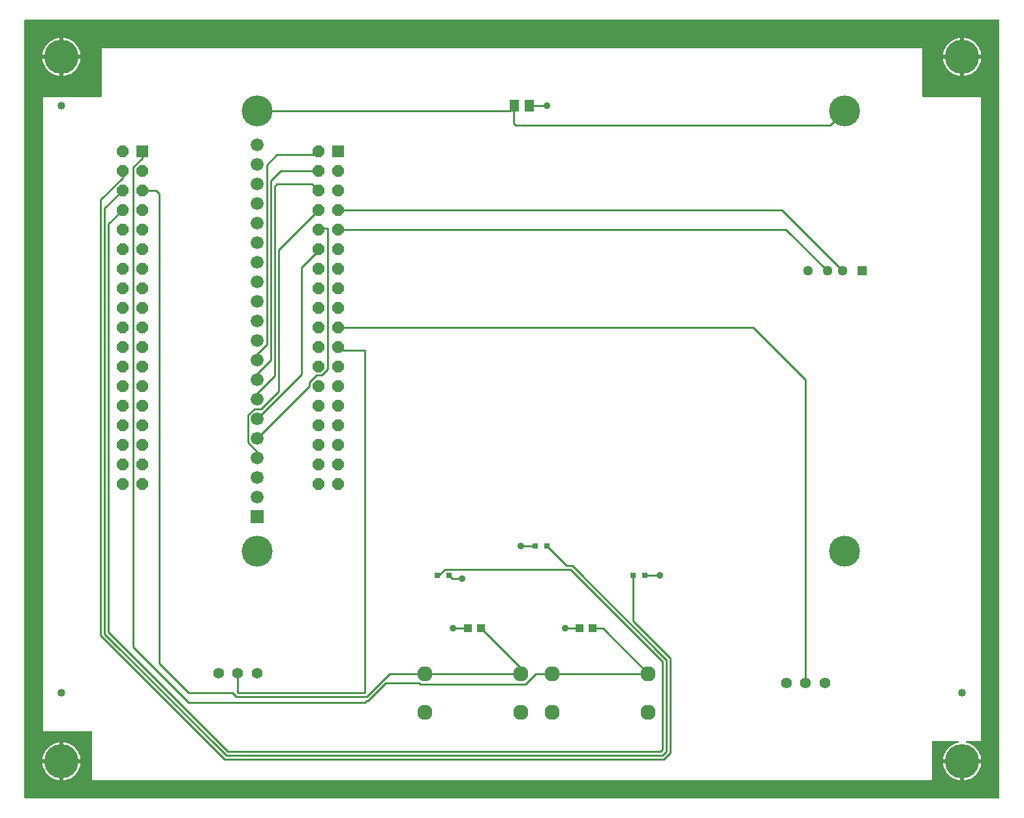
<source format=gbr>
G04 EAGLE Gerber RS-274X export*
G75*
%MOMM*%
%FSLAX34Y34*%
%LPD*%
%INTop Copper*%
%IPPOS*%
%AMOC8*
5,1,8,0,0,1.08239X$1,22.5*%
G01*
%ADD10C,1.400000*%
%ADD11C,1.960000*%
%ADD12R,1.288000X1.288000*%
%ADD13C,1.288000*%
%ADD14R,1.000000X1.100000*%
%ADD15R,0.800000X0.800000*%
%ADD16C,1.016000*%
%ADD17R,1.300000X1.500000*%
%ADD18R,1.524000X1.524000*%
%ADD19P,1.649562X8X292.500000*%
%ADD20R,1.676400X1.676400*%
%ADD21C,1.676400*%
%ADD22C,4.016000*%
%ADD23C,4.445000*%
%ADD24C,0.254000*%
%ADD25C,0.914400*%

G36*
X1267444Y1012308D02*
X1267444Y1012308D01*
X1267437Y1012427D01*
X1267424Y1012465D01*
X1267419Y1012506D01*
X1267376Y1012616D01*
X1267339Y1012729D01*
X1267317Y1012764D01*
X1267302Y1012801D01*
X1267233Y1012897D01*
X1267169Y1012998D01*
X1267139Y1013026D01*
X1267116Y1013059D01*
X1267024Y1013135D01*
X1266937Y1013216D01*
X1266902Y1013236D01*
X1266871Y1013261D01*
X1266763Y1013312D01*
X1266659Y1013370D01*
X1266619Y1013380D01*
X1266583Y1013397D01*
X1266466Y1013419D01*
X1266351Y1013449D01*
X1266291Y1013453D01*
X1266271Y1013457D01*
X1266250Y1013455D01*
X1266190Y1013459D01*
X3810Y1013459D01*
X3692Y1013444D01*
X3573Y1013437D01*
X3535Y1013424D01*
X3494Y1013419D01*
X3384Y1013376D01*
X3271Y1013339D01*
X3236Y1013317D01*
X3199Y1013302D01*
X3103Y1013233D01*
X3002Y1013169D01*
X2974Y1013139D01*
X2941Y1013116D01*
X2865Y1013024D01*
X2784Y1012937D01*
X2764Y1012902D01*
X2739Y1012871D01*
X2688Y1012763D01*
X2630Y1012659D01*
X2620Y1012619D01*
X2603Y1012583D01*
X2581Y1012466D01*
X2551Y1012351D01*
X2547Y1012291D01*
X2543Y1012271D01*
X2545Y1012250D01*
X2541Y1012190D01*
X2541Y3810D01*
X2556Y3692D01*
X2563Y3573D01*
X2576Y3535D01*
X2581Y3494D01*
X2624Y3384D01*
X2661Y3271D01*
X2683Y3236D01*
X2698Y3199D01*
X2767Y3103D01*
X2831Y3002D01*
X2861Y2974D01*
X2884Y2941D01*
X2976Y2865D01*
X3063Y2784D01*
X3098Y2764D01*
X3129Y2739D01*
X3237Y2688D01*
X3341Y2630D01*
X3381Y2620D01*
X3417Y2603D01*
X3534Y2581D01*
X3649Y2551D01*
X3709Y2547D01*
X3729Y2543D01*
X3750Y2545D01*
X3810Y2541D01*
X1266190Y2541D01*
X1266308Y2556D01*
X1266427Y2563D01*
X1266465Y2576D01*
X1266506Y2581D01*
X1266616Y2624D01*
X1266729Y2661D01*
X1266764Y2683D01*
X1266801Y2698D01*
X1266897Y2767D01*
X1266998Y2831D01*
X1267026Y2861D01*
X1267059Y2884D01*
X1267135Y2976D01*
X1267216Y3063D01*
X1267236Y3098D01*
X1267261Y3129D01*
X1267312Y3237D01*
X1267370Y3341D01*
X1267380Y3381D01*
X1267397Y3417D01*
X1267419Y3534D01*
X1267449Y3649D01*
X1267453Y3709D01*
X1267457Y3729D01*
X1267455Y3750D01*
X1267459Y3810D01*
X1267459Y1012190D01*
X1267444Y1012308D01*
G37*
%LPC*%
G36*
X101600Y913131D02*
X101600Y913131D01*
X101718Y913146D01*
X101837Y913153D01*
X101875Y913166D01*
X101916Y913171D01*
X102026Y913214D01*
X102139Y913251D01*
X102174Y913273D01*
X102211Y913288D01*
X102307Y913358D01*
X102408Y913421D01*
X102436Y913451D01*
X102469Y913474D01*
X102545Y913566D01*
X102626Y913653D01*
X102646Y913688D01*
X102671Y913719D01*
X102722Y913827D01*
X102780Y913931D01*
X102790Y913971D01*
X102807Y914007D01*
X102829Y914124D01*
X102859Y914239D01*
X102863Y914300D01*
X102867Y914320D01*
X102865Y914340D01*
X102869Y914400D01*
X102869Y976631D01*
X1167131Y976631D01*
X1167131Y914400D01*
X1167146Y914282D01*
X1167153Y914163D01*
X1167166Y914125D01*
X1167171Y914084D01*
X1167214Y913974D01*
X1167251Y913861D01*
X1167273Y913826D01*
X1167288Y913789D01*
X1167358Y913693D01*
X1167421Y913592D01*
X1167451Y913564D01*
X1167474Y913531D01*
X1167566Y913456D01*
X1167653Y913374D01*
X1167688Y913354D01*
X1167719Y913329D01*
X1167827Y913278D01*
X1167931Y913220D01*
X1167971Y913210D01*
X1168007Y913193D01*
X1168124Y913171D01*
X1168239Y913141D01*
X1168300Y913137D01*
X1168320Y913133D01*
X1168340Y913135D01*
X1168400Y913131D01*
X1243331Y913131D01*
X1243331Y77469D01*
X1224915Y77469D01*
X1224898Y77467D01*
X1224881Y77469D01*
X1224741Y77447D01*
X1224600Y77429D01*
X1224584Y77423D01*
X1224567Y77421D01*
X1224436Y77365D01*
X1224304Y77312D01*
X1224290Y77302D01*
X1224275Y77296D01*
X1224162Y77209D01*
X1224047Y77126D01*
X1224036Y77112D01*
X1224022Y77102D01*
X1223935Y76990D01*
X1223844Y76881D01*
X1223837Y76865D01*
X1223826Y76852D01*
X1223769Y76721D01*
X1223709Y76593D01*
X1223705Y76576D01*
X1223698Y76560D01*
X1223675Y76419D01*
X1223649Y76281D01*
X1223650Y76263D01*
X1223647Y76247D01*
X1223660Y76104D01*
X1223669Y75963D01*
X1223674Y75947D01*
X1223675Y75930D01*
X1223723Y75795D01*
X1223767Y75661D01*
X1223776Y75646D01*
X1223781Y75630D01*
X1223861Y75512D01*
X1223937Y75392D01*
X1223949Y75380D01*
X1223959Y75366D01*
X1224065Y75272D01*
X1224168Y75174D01*
X1224183Y75166D01*
X1224196Y75154D01*
X1224322Y75089D01*
X1224447Y75020D01*
X1224463Y75016D01*
X1224479Y75008D01*
X1224633Y74963D01*
X1226067Y74635D01*
X1228692Y73717D01*
X1231199Y72510D01*
X1233554Y71030D01*
X1235729Y69295D01*
X1237695Y67329D01*
X1239430Y65154D01*
X1240910Y62799D01*
X1242117Y60292D01*
X1243035Y57667D01*
X1243654Y54955D01*
X1243836Y53339D01*
X1220470Y53339D01*
X1220352Y53324D01*
X1220233Y53317D01*
X1220195Y53304D01*
X1220155Y53299D01*
X1220044Y53256D01*
X1219931Y53219D01*
X1219897Y53197D01*
X1219859Y53182D01*
X1219763Y53112D01*
X1219662Y53049D01*
X1219634Y53019D01*
X1219602Y52995D01*
X1219526Y52904D01*
X1219444Y52817D01*
X1219425Y52782D01*
X1219399Y52751D01*
X1219348Y52643D01*
X1219291Y52539D01*
X1219280Y52499D01*
X1219263Y52463D01*
X1219241Y52346D01*
X1219211Y52231D01*
X1219207Y52170D01*
X1219203Y52150D01*
X1219205Y52130D01*
X1219205Y52128D01*
X1219203Y52122D01*
X1219204Y52116D01*
X1219201Y52070D01*
X1219201Y50799D01*
X1219199Y50799D01*
X1219199Y52070D01*
X1219184Y52188D01*
X1219177Y52307D01*
X1219164Y52345D01*
X1219159Y52385D01*
X1219115Y52496D01*
X1219079Y52609D01*
X1219057Y52644D01*
X1219042Y52681D01*
X1218972Y52777D01*
X1218909Y52878D01*
X1218879Y52906D01*
X1218855Y52939D01*
X1218764Y53014D01*
X1218677Y53096D01*
X1218642Y53116D01*
X1218610Y53141D01*
X1218503Y53192D01*
X1218398Y53250D01*
X1218359Y53260D01*
X1218323Y53277D01*
X1218206Y53299D01*
X1218091Y53329D01*
X1218030Y53333D01*
X1218010Y53337D01*
X1217990Y53335D01*
X1217930Y53339D01*
X1194564Y53339D01*
X1194746Y54955D01*
X1195365Y57667D01*
X1196283Y60292D01*
X1197490Y62799D01*
X1198970Y65154D01*
X1200705Y67329D01*
X1202671Y69295D01*
X1204846Y71030D01*
X1207201Y72510D01*
X1209708Y73717D01*
X1212333Y74635D01*
X1213767Y74963D01*
X1213783Y74968D01*
X1213800Y74971D01*
X1213932Y75023D01*
X1214066Y75072D01*
X1214080Y75081D01*
X1214096Y75088D01*
X1214211Y75171D01*
X1214328Y75252D01*
X1214339Y75264D01*
X1214353Y75274D01*
X1214444Y75384D01*
X1214537Y75491D01*
X1214545Y75506D01*
X1214556Y75519D01*
X1214616Y75648D01*
X1214680Y75775D01*
X1214684Y75792D01*
X1214691Y75807D01*
X1214718Y75946D01*
X1214749Y76086D01*
X1214748Y76103D01*
X1214751Y76120D01*
X1214742Y76261D01*
X1214737Y76403D01*
X1214733Y76420D01*
X1214731Y76437D01*
X1214688Y76572D01*
X1214647Y76708D01*
X1214639Y76723D01*
X1214633Y76739D01*
X1214557Y76859D01*
X1214485Y76982D01*
X1214472Y76994D01*
X1214463Y77008D01*
X1214360Y77106D01*
X1214259Y77206D01*
X1214244Y77214D01*
X1214232Y77226D01*
X1214107Y77295D01*
X1213985Y77367D01*
X1213968Y77371D01*
X1213953Y77380D01*
X1213816Y77415D01*
X1213679Y77454D01*
X1213662Y77455D01*
X1213645Y77459D01*
X1213485Y77469D01*
X1181100Y77469D01*
X1180982Y77454D01*
X1180863Y77447D01*
X1180825Y77434D01*
X1180784Y77429D01*
X1180674Y77386D01*
X1180561Y77349D01*
X1180526Y77327D01*
X1180489Y77312D01*
X1180393Y77243D01*
X1180292Y77179D01*
X1180264Y77149D01*
X1180231Y77126D01*
X1180156Y77034D01*
X1180074Y76947D01*
X1180054Y76912D01*
X1180029Y76881D01*
X1179978Y76773D01*
X1179920Y76669D01*
X1179910Y76629D01*
X1179893Y76593D01*
X1179871Y76476D01*
X1179841Y76361D01*
X1179837Y76301D01*
X1179833Y76281D01*
X1179835Y76260D01*
X1179831Y76200D01*
X1179831Y26669D01*
X90169Y26669D01*
X90169Y88900D01*
X90154Y89018D01*
X90147Y89137D01*
X90134Y89175D01*
X90129Y89216D01*
X90086Y89326D01*
X90049Y89439D01*
X90027Y89474D01*
X90012Y89511D01*
X89943Y89607D01*
X89879Y89708D01*
X89849Y89736D01*
X89826Y89769D01*
X89734Y89845D01*
X89647Y89926D01*
X89612Y89946D01*
X89581Y89971D01*
X89473Y90022D01*
X89369Y90080D01*
X89329Y90090D01*
X89293Y90107D01*
X89176Y90129D01*
X89061Y90159D01*
X89001Y90163D01*
X88981Y90167D01*
X88960Y90165D01*
X88900Y90169D01*
X26669Y90169D01*
X26669Y913131D01*
X101600Y913131D01*
G37*
%LPD*%
%LPC*%
G36*
X53339Y967739D02*
X53339Y967739D01*
X53339Y989836D01*
X54955Y989654D01*
X57667Y989035D01*
X60292Y988117D01*
X62799Y986910D01*
X65154Y985430D01*
X67329Y983695D01*
X69295Y981729D01*
X71030Y979554D01*
X72510Y977199D01*
X73717Y974692D01*
X74635Y972067D01*
X75254Y969355D01*
X75436Y967739D01*
X53339Y967739D01*
G37*
%LPD*%
%LPC*%
G36*
X1221739Y967739D02*
X1221739Y967739D01*
X1221739Y989836D01*
X1223355Y989654D01*
X1226067Y989035D01*
X1228692Y988117D01*
X1231199Y986910D01*
X1233554Y985430D01*
X1235729Y983695D01*
X1237695Y981729D01*
X1239430Y979554D01*
X1240910Y977199D01*
X1242117Y974692D01*
X1243035Y972067D01*
X1243654Y969355D01*
X1243836Y967739D01*
X1221739Y967739D01*
G37*
%LPD*%
%LPC*%
G36*
X53339Y53339D02*
X53339Y53339D01*
X53339Y75436D01*
X54955Y75254D01*
X57667Y74635D01*
X60292Y73717D01*
X62799Y72510D01*
X65154Y71030D01*
X67329Y69295D01*
X69295Y67329D01*
X71030Y65154D01*
X72510Y62799D01*
X73717Y60292D01*
X74635Y57667D01*
X75254Y54955D01*
X75436Y53339D01*
X53339Y53339D01*
G37*
%LPD*%
%LPC*%
G36*
X26164Y967739D02*
X26164Y967739D01*
X26346Y969355D01*
X26965Y972067D01*
X27883Y974692D01*
X29090Y977199D01*
X30570Y979554D01*
X32305Y981729D01*
X34271Y983695D01*
X36446Y985430D01*
X38801Y986910D01*
X41308Y988117D01*
X43933Y989035D01*
X46645Y989654D01*
X48261Y989836D01*
X48261Y967739D01*
X26164Y967739D01*
G37*
%LPD*%
%LPC*%
G36*
X1194564Y967739D02*
X1194564Y967739D01*
X1194746Y969355D01*
X1195365Y972067D01*
X1196283Y974692D01*
X1197490Y977199D01*
X1198970Y979554D01*
X1200705Y981729D01*
X1202671Y983695D01*
X1204846Y985430D01*
X1207201Y986910D01*
X1209708Y988117D01*
X1212333Y989035D01*
X1215045Y989654D01*
X1216661Y989836D01*
X1216661Y967739D01*
X1194564Y967739D01*
G37*
%LPD*%
%LPC*%
G36*
X1221739Y962661D02*
X1221739Y962661D01*
X1243836Y962661D01*
X1243654Y961045D01*
X1243035Y958333D01*
X1242117Y955708D01*
X1240910Y953201D01*
X1239430Y950846D01*
X1237695Y948671D01*
X1235729Y946705D01*
X1233554Y944970D01*
X1231199Y943490D01*
X1228692Y942283D01*
X1226067Y941365D01*
X1223355Y940746D01*
X1221739Y940564D01*
X1221739Y962661D01*
G37*
%LPD*%
%LPC*%
G36*
X53339Y962661D02*
X53339Y962661D01*
X75436Y962661D01*
X75254Y961045D01*
X74635Y958333D01*
X73717Y955708D01*
X72510Y953201D01*
X71030Y950846D01*
X69295Y948671D01*
X67329Y946705D01*
X65154Y944970D01*
X62799Y943490D01*
X60292Y942283D01*
X57667Y941365D01*
X54955Y940746D01*
X53339Y940564D01*
X53339Y962661D01*
G37*
%LPD*%
%LPC*%
G36*
X26164Y53339D02*
X26164Y53339D01*
X26346Y54955D01*
X26965Y57667D01*
X27883Y60292D01*
X29090Y62799D01*
X30570Y65154D01*
X32305Y67329D01*
X34271Y69295D01*
X36446Y71030D01*
X38801Y72510D01*
X41308Y73717D01*
X43933Y74635D01*
X46645Y75254D01*
X48261Y75436D01*
X48261Y53339D01*
X26164Y53339D01*
G37*
%LPD*%
%LPC*%
G36*
X1221739Y48261D02*
X1221739Y48261D01*
X1243836Y48261D01*
X1243654Y46645D01*
X1243035Y43933D01*
X1242117Y41308D01*
X1240910Y38801D01*
X1239430Y36446D01*
X1237695Y34271D01*
X1235729Y32305D01*
X1233554Y30570D01*
X1231199Y29090D01*
X1228692Y27883D01*
X1226067Y26965D01*
X1223355Y26346D01*
X1221739Y26164D01*
X1221739Y48261D01*
G37*
%LPD*%
%LPC*%
G36*
X53339Y48261D02*
X53339Y48261D01*
X75436Y48261D01*
X75254Y46645D01*
X74635Y43933D01*
X73717Y41308D01*
X72510Y38801D01*
X71030Y36446D01*
X69295Y34271D01*
X67329Y32305D01*
X65154Y30570D01*
X62799Y29090D01*
X60292Y27883D01*
X57667Y26965D01*
X54955Y26346D01*
X53339Y26164D01*
X53339Y48261D01*
G37*
%LPD*%
%LPC*%
G36*
X1215045Y940746D02*
X1215045Y940746D01*
X1212333Y941365D01*
X1209708Y942283D01*
X1207201Y943490D01*
X1204846Y944970D01*
X1202671Y946705D01*
X1200705Y948671D01*
X1198970Y950846D01*
X1197490Y953201D01*
X1196283Y955708D01*
X1195365Y958333D01*
X1194746Y961045D01*
X1194564Y962661D01*
X1216661Y962661D01*
X1216661Y940564D01*
X1215045Y940746D01*
G37*
%LPD*%
%LPC*%
G36*
X46645Y940746D02*
X46645Y940746D01*
X43933Y941365D01*
X41308Y942283D01*
X38801Y943490D01*
X36446Y944970D01*
X34271Y946705D01*
X32305Y948671D01*
X30570Y950846D01*
X29090Y953201D01*
X27883Y955708D01*
X26965Y958333D01*
X26346Y961045D01*
X26164Y962661D01*
X48261Y962661D01*
X48261Y940564D01*
X46645Y940746D01*
G37*
%LPD*%
%LPC*%
G36*
X1215045Y26346D02*
X1215045Y26346D01*
X1212333Y26965D01*
X1209708Y27883D01*
X1207201Y29090D01*
X1204846Y30570D01*
X1202671Y32305D01*
X1200705Y34271D01*
X1198970Y36446D01*
X1197490Y38801D01*
X1196283Y41308D01*
X1195365Y43933D01*
X1194746Y46645D01*
X1194564Y48261D01*
X1216661Y48261D01*
X1216661Y26164D01*
X1215045Y26346D01*
G37*
%LPD*%
%LPC*%
G36*
X46645Y26346D02*
X46645Y26346D01*
X43933Y26965D01*
X41308Y27883D01*
X38801Y29090D01*
X36446Y30570D01*
X34271Y32305D01*
X32305Y34271D01*
X30570Y36446D01*
X29090Y38801D01*
X27883Y41308D01*
X26965Y43933D01*
X26346Y46645D01*
X26164Y48261D01*
X48261Y48261D01*
X48261Y26164D01*
X46645Y26346D01*
G37*
%LPD*%
%LPC*%
G36*
X1219199Y965199D02*
X1219199Y965199D01*
X1219199Y965201D01*
X1219201Y965201D01*
X1219201Y965199D01*
X1219199Y965199D01*
G37*
%LPD*%
%LPC*%
G36*
X50799Y965199D02*
X50799Y965199D01*
X50799Y965201D01*
X50801Y965201D01*
X50801Y965199D01*
X50799Y965199D01*
G37*
%LPD*%
%LPC*%
G36*
X50799Y50799D02*
X50799Y50799D01*
X50799Y50801D01*
X50801Y50801D01*
X50801Y50799D01*
X50799Y50799D01*
G37*
%LPD*%
D10*
X254400Y165100D03*
X279400Y165100D03*
X304400Y165100D03*
D11*
X646700Y164700D03*
X646700Y114700D03*
X521700Y114700D03*
X521700Y164700D03*
D12*
X1089100Y687400D03*
D13*
X1064100Y687400D03*
X1044100Y687400D03*
X1019100Y687400D03*
D14*
X723020Y223520D03*
X740020Y223520D03*
D15*
X538600Y292100D03*
X553600Y292100D03*
D10*
X991000Y152400D03*
X1016000Y152400D03*
X1041000Y152400D03*
D15*
X680600Y330200D03*
X665600Y330200D03*
X792600Y292100D03*
X807600Y292100D03*
D11*
X811800Y164700D03*
X811800Y114700D03*
X686800Y114700D03*
X686800Y164700D03*
D14*
X578240Y223520D03*
X595240Y223520D03*
D16*
X50800Y901700D03*
X50800Y139700D03*
X1219200Y139700D03*
D17*
X638200Y901700D03*
X657200Y901700D03*
D18*
X409200Y842600D03*
D19*
X383800Y842600D03*
X409200Y817200D03*
X383800Y817200D03*
X409200Y791800D03*
X383800Y791800D03*
X409200Y766400D03*
X383800Y766400D03*
X409200Y741000D03*
X383800Y741000D03*
X409200Y715600D03*
X383800Y715600D03*
X409200Y690200D03*
X383800Y690200D03*
X409200Y664800D03*
X383800Y664800D03*
X409200Y639400D03*
X383800Y639400D03*
X409200Y614000D03*
X383800Y614000D03*
X409200Y588600D03*
X383800Y588600D03*
X409200Y563200D03*
X383800Y563200D03*
X409200Y537800D03*
X383800Y537800D03*
X409200Y512400D03*
X383800Y512400D03*
X409200Y487000D03*
X383800Y487000D03*
X409200Y461600D03*
X383800Y461600D03*
X409200Y436200D03*
X383800Y436200D03*
X409200Y410800D03*
X383800Y410800D03*
D18*
X155200Y842600D03*
D19*
X129800Y842600D03*
X155200Y817200D03*
X129800Y817200D03*
X155200Y791800D03*
X129800Y791800D03*
X155200Y766400D03*
X129800Y766400D03*
X155200Y741000D03*
X129800Y741000D03*
X155200Y715600D03*
X129800Y715600D03*
X155200Y690200D03*
X129800Y690200D03*
X155200Y664800D03*
X129800Y664800D03*
X155200Y639400D03*
X129800Y639400D03*
X155200Y614000D03*
X129800Y614000D03*
X155200Y588600D03*
X129800Y588600D03*
X155200Y563200D03*
X129800Y563200D03*
X155200Y537800D03*
X129800Y537800D03*
X155200Y512400D03*
X129800Y512400D03*
X155200Y487000D03*
X129800Y487000D03*
X155200Y461600D03*
X129800Y461600D03*
X155200Y436200D03*
X129800Y436200D03*
X155200Y410800D03*
X129800Y410800D03*
D20*
X304800Y368300D03*
D21*
X304800Y393700D03*
X304800Y419100D03*
X304800Y444500D03*
X304800Y469900D03*
X304800Y495300D03*
X304800Y520700D03*
X304800Y546100D03*
X304800Y571500D03*
X304800Y596900D03*
X304800Y622300D03*
X304800Y647700D03*
X304800Y673100D03*
X304800Y698500D03*
X304800Y723900D03*
X304800Y749300D03*
X304800Y774700D03*
X304800Y800100D03*
X304800Y825500D03*
X304800Y850900D03*
D22*
X304800Y323850D03*
X304800Y895350D03*
X1066800Y323850D03*
X1066800Y895350D03*
D23*
X1219200Y965200D03*
X50800Y965200D03*
X50800Y50800D03*
X1219200Y50800D03*
D24*
X557410Y288290D02*
X553600Y292100D01*
X557410Y288290D02*
X570230Y288290D01*
D25*
X570230Y288290D03*
D24*
X646430Y330200D02*
X665600Y330200D01*
D25*
X646430Y330200D03*
D24*
X807600Y292100D02*
X826770Y292100D01*
D25*
X826770Y292100D03*
D24*
X680720Y901700D02*
X657200Y901700D01*
D25*
X680720Y901700D03*
D24*
X704215Y223520D02*
X723020Y223520D01*
D25*
X704215Y223520D03*
D24*
X578240Y223520D02*
X558800Y223520D01*
D25*
X558800Y223520D03*
D24*
X686800Y164700D02*
X811800Y164700D01*
X686800Y164700D02*
X665948Y164700D01*
X652338Y151090D01*
X516063Y151090D02*
X514753Y152400D01*
X516063Y151090D02*
X652338Y151090D01*
X471569Y152400D02*
X448709Y129540D01*
X447040Y129540D01*
X444500Y127000D01*
X215900Y127000D01*
X155200Y833365D02*
X155200Y842600D01*
X155200Y833365D02*
X143770Y821935D01*
X143770Y199130D01*
X471569Y152400D02*
X514753Y152400D01*
X215900Y127000D02*
X143770Y199130D01*
X740020Y223520D02*
X752980Y223520D01*
X811800Y164700D01*
X646700Y164700D02*
X521700Y164700D01*
X446604Y134620D02*
X277296Y134620D01*
X476684Y164700D02*
X521700Y164700D01*
X476684Y164700D02*
X446604Y134620D01*
X272216Y139700D02*
X215900Y139700D01*
X272216Y139700D02*
X277296Y134620D01*
X215900Y139700D02*
X177800Y177800D01*
X177800Y787400D01*
X173400Y791800D01*
X155200Y791800D01*
X595240Y223520D02*
X646700Y172060D01*
X646700Y164700D01*
X540212Y292100D02*
X538600Y292100D01*
X540212Y292100D02*
X548022Y299910D01*
X711010Y299910D01*
X830580Y180340D01*
X830580Y66040D01*
X828040Y63500D01*
X266700Y63500D01*
X111760Y218440D01*
X111760Y748360D01*
X129800Y766400D01*
X680600Y330200D02*
X705810Y304990D01*
X713114Y304990D01*
X835660Y182444D01*
X835660Y63936D02*
X830144Y58420D01*
X264596Y58420D02*
X106680Y216336D01*
X106680Y768680D02*
X129800Y791800D01*
X835660Y182444D02*
X835660Y63936D01*
X830144Y58420D02*
X264596Y58420D01*
X106680Y216336D02*
X106680Y768680D01*
X101600Y214232D02*
X262492Y53340D01*
X832249Y53340D01*
X840740Y61832D01*
X840740Y184549D01*
X792600Y232689D01*
X792600Y292100D01*
X129800Y807965D02*
X129800Y817200D01*
X129800Y807965D02*
X101600Y779765D01*
X101600Y214232D01*
X409200Y614000D02*
X948100Y614000D01*
X1016000Y546100D02*
X1016000Y152400D01*
X1016000Y546100D02*
X948100Y614000D01*
X279400Y165100D02*
X279400Y139700D01*
X444500Y139700D01*
X444500Y584200D01*
X413600Y584200D02*
X409200Y588600D01*
X413600Y584200D02*
X444500Y584200D01*
X990500Y741000D02*
X1044100Y687400D01*
X990500Y741000D02*
X409200Y741000D01*
X985100Y766400D02*
X1064100Y687400D01*
X985100Y766400D02*
X409200Y766400D01*
X379400Y838200D02*
X383800Y842600D01*
X379400Y838200D02*
X330200Y838200D01*
X316992Y824992D01*
X304800Y579658D02*
X304800Y571500D01*
X304800Y579658D02*
X316992Y591850D01*
X316992Y824992D01*
X334600Y817200D02*
X383800Y817200D01*
X304800Y554258D02*
X304800Y546100D01*
X322072Y571530D02*
X322072Y804672D01*
X322072Y571530D02*
X304800Y554258D01*
X322072Y804672D02*
X334600Y817200D01*
X375500Y800100D02*
X383800Y791800D01*
X375500Y800100D02*
X330200Y800100D01*
X327152Y797052D01*
X304800Y528858D02*
X304800Y520700D01*
X327152Y551210D02*
X327152Y797052D01*
X327152Y551210D02*
X304800Y528858D01*
X332232Y714832D02*
X383800Y766400D01*
X304800Y452658D02*
X304800Y444500D01*
X304800Y452658D02*
X292608Y464850D01*
X292608Y500350D02*
X300766Y508508D01*
X309850Y508508D01*
X332232Y530890D01*
X332232Y714832D01*
X292608Y500350D02*
X292608Y464850D01*
X304800Y469900D02*
X372370Y537470D01*
X372370Y542535D01*
X381606Y551770D01*
X388535Y551770D01*
X396240Y559476D01*
X396240Y742950D01*
X385750Y742950D01*
X383800Y741000D01*
X362210Y552710D02*
X304800Y495300D01*
X383800Y713549D02*
X383800Y715600D01*
X362210Y691959D02*
X362210Y552710D01*
X362210Y691959D02*
X383800Y713549D01*
X304800Y895350D02*
X631850Y895350D01*
X637540Y901040D01*
X1047750Y876300D02*
X1066800Y895350D01*
X640080Y876300D02*
X637540Y878840D01*
X637540Y901040D01*
X638200Y901700D01*
X640080Y876300D02*
X1047750Y876300D01*
M02*

</source>
